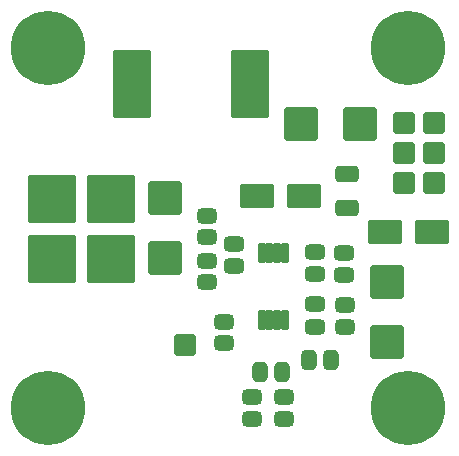
<source format=gbr>
%TF.GenerationSoftware,KiCad,Pcbnew,(5.99.0-13046-g4fe9f01eb0)*%
%TF.CreationDate,2021-12-22T12:24:45+01:00*%
%TF.ProjectId,SOLARMINI01B,534f4c41-524d-4494-9e49-3031422e6b69,rev?*%
%TF.SameCoordinates,Original*%
%TF.FileFunction,Soldermask,Bot*%
%TF.FilePolarity,Negative*%
%FSLAX46Y46*%
G04 Gerber Fmt 4.6, Leading zero omitted, Abs format (unit mm)*
G04 Created by KiCad (PCBNEW (5.99.0-13046-g4fe9f01eb0)) date 2021-12-22 12:24:45*
%MOMM*%
%LPD*%
G01*
G04 APERTURE LIST*
G04 Aperture macros list*
%AMRoundRect*
0 Rectangle with rounded corners*
0 $1 Rounding radius*
0 $2 $3 $4 $5 $6 $7 $8 $9 X,Y pos of 4 corners*
0 Add a 4 corners polygon primitive as box body*
4,1,4,$2,$3,$4,$5,$6,$7,$8,$9,$2,$3,0*
0 Add four circle primitives for the rounded corners*
1,1,$1+$1,$2,$3*
1,1,$1+$1,$4,$5*
1,1,$1+$1,$6,$7*
1,1,$1+$1,$8,$9*
0 Add four rect primitives between the rounded corners*
20,1,$1+$1,$2,$3,$4,$5,0*
20,1,$1+$1,$4,$5,$6,$7,0*
20,1,$1+$1,$6,$7,$8,$9,0*
20,1,$1+$1,$8,$9,$2,$3,0*%
G04 Aperture macros list end*
%ADD10RoundRect,0.150000X-0.762000X-0.762000X0.762000X-0.762000X0.762000X0.762000X-0.762000X0.762000X0*%
%ADD11C,6.300000*%
%ADD12RoundRect,0.150000X1.905000X-1.905000X1.905000X1.905000X-1.905000X1.905000X-1.905000X-1.905000X0*%
%ADD13RoundRect,0.150000X0.762000X0.762000X-0.762000X0.762000X-0.762000X-0.762000X0.762000X-0.762000X0*%
%ADD14RoundRect,0.150000X1.275080X1.249680X-1.275080X1.249680X-1.275080X-1.249680X1.275080X-1.249680X0*%
%ADD15RoundRect,0.400000X-0.450000X0.262500X-0.450000X-0.262500X0.450000X-0.262500X0.450000X0.262500X0*%
%ADD16RoundRect,0.400000X0.475000X-0.250000X0.475000X0.250000X-0.475000X0.250000X-0.475000X-0.250000X0*%
%ADD17RoundRect,0.400000X-0.250000X-0.475000X0.250000X-0.475000X0.250000X0.475000X-0.250000X0.475000X0*%
%ADD18RoundRect,0.150000X-1.249680X1.275080X-1.249680X-1.275080X1.249680X-1.275080X1.249680X1.275080X0*%
%ADD19RoundRect,0.400000X-0.262500X-0.450000X0.262500X-0.450000X0.262500X0.450000X-0.262500X0.450000X0*%
%ADD20RoundRect,0.400000X-0.475000X0.250000X-0.475000X-0.250000X0.475000X-0.250000X0.475000X0.250000X0*%
%ADD21RoundRect,0.150000X-1.250000X-0.900000X1.250000X-0.900000X1.250000X0.900000X-1.250000X0.900000X0*%
%ADD22RoundRect,0.400000X-0.625000X0.312500X-0.625000X-0.312500X0.625000X-0.312500X0.625000X0.312500X0*%
%ADD23RoundRect,0.150000X1.250000X0.900000X-1.250000X0.900000X-1.250000X-0.900000X1.250000X-0.900000X0*%
%ADD24RoundRect,0.250000X-0.100000X0.637500X-0.100000X-0.637500X0.100000X-0.637500X0.100000X0.637500X0*%
%ADD25RoundRect,0.400000X0.450000X-0.262500X0.450000X0.262500X-0.450000X0.262500X-0.450000X-0.262500X0*%
%ADD26RoundRect,0.150000X1.500000X2.750000X-1.500000X2.750000X-1.500000X-2.750000X1.500000X-2.750000X0*%
G04 APERTURE END LIST*
D10*
%TO.C,J3*%
X16637000Y10414000D03*
%TD*%
D11*
%TO.C,M2*%
X5080000Y5080000D03*
%TD*%
%TO.C,M1*%
X5080000Y35560000D03*
%TD*%
%TO.C,M4*%
X35560000Y5080000D03*
%TD*%
D12*
%TO.C,J2*%
X5414000Y17653000D03*
X10414000Y17653000D03*
%TD*%
%TO.C,J1*%
X10414000Y22733000D03*
X5414000Y22733000D03*
%TD*%
D11*
%TO.C,M3*%
X35560000Y35560000D03*
%TD*%
D13*
%TO.C,J4*%
X37719000Y24130000D03*
X35179000Y24130000D03*
X37719000Y26670000D03*
X35179000Y26670000D03*
X37719000Y29210000D03*
X35179000Y29210000D03*
%TD*%
D14*
%TO.C,C7*%
X31496000Y29083000D03*
X26446480Y29083000D03*
%TD*%
D15*
%TO.C,R1*%
X18542000Y21359500D03*
X18542000Y19534500D03*
%TD*%
D16*
%TO.C,C8*%
X27686000Y11938000D03*
X27686000Y13838000D03*
%TD*%
D17*
%TO.C,C3*%
X22992000Y8128000D03*
X24892000Y8128000D03*
%TD*%
D15*
%TO.C,R8*%
X30226000Y13763000D03*
X30226000Y11938000D03*
%TD*%
D18*
%TO.C,C1*%
X14986000Y22844760D03*
X14986000Y17795240D03*
%TD*%
D19*
%TO.C,R7*%
X27178000Y9144000D03*
X29003000Y9144000D03*
%TD*%
D20*
%TO.C,C4*%
X27686000Y18283000D03*
X27686000Y16383000D03*
%TD*%
%TO.C,C5*%
X30099000Y18222000D03*
X30099000Y16322000D03*
%TD*%
D21*
%TO.C,D2*%
X33560000Y19939000D03*
X37560000Y19939000D03*
%TD*%
D22*
%TO.C,R6*%
X30353000Y24896000D03*
X30353000Y21971000D03*
%TD*%
D23*
%TO.C,D1*%
X26765000Y22987000D03*
X22765000Y22987000D03*
%TD*%
D15*
%TO.C,R2*%
X18542000Y17526000D03*
X18542000Y15701000D03*
%TD*%
D24*
%TO.C,U1*%
X23155000Y18229500D03*
X23805000Y18229500D03*
X24455000Y18229500D03*
X25105000Y18229500D03*
X25105000Y12504500D03*
X24455000Y12504500D03*
X23805000Y12504500D03*
X23155000Y12504500D03*
%TD*%
D15*
%TO.C,R5*%
X25019000Y5992500D03*
X25019000Y4167500D03*
%TD*%
D25*
%TO.C,R3*%
X19939000Y10541000D03*
X19939000Y12366000D03*
%TD*%
D15*
%TO.C,R4*%
X22352000Y5992500D03*
X22352000Y4167500D03*
%TD*%
D20*
%TO.C,C2*%
X20828000Y18984000D03*
X20828000Y17084000D03*
%TD*%
D18*
%TO.C,C6*%
X33782000Y15732760D03*
X33782000Y10683240D03*
%TD*%
D26*
%TO.C,L1*%
X12145000Y32512000D03*
X22145000Y32512000D03*
%TD*%
M02*

</source>
